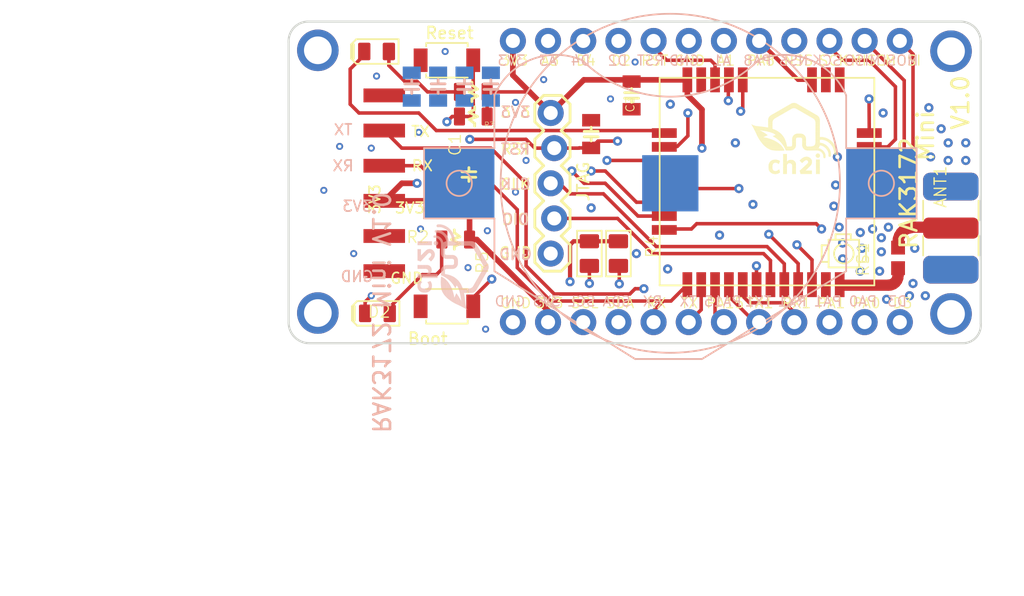
<source format=kicad_pcb>
(kicad_pcb (version 20171130) (host pcbnew "(5.1.9-0-10_14)")
  (layers (0 Top signal) (1 Bottom signal) (2 Route2 signal) (31 Route3 signal) (34 B.Paste user) (35 F.Paste user) (36 B.SilkS user) (37 F.SilkS user) (38 B.Mask user) (39 F.Mask user) (44 Edge.Cuts user))
  (net 0 "")
  (net 1 GND)
  (net 2 3V3)
  (net 3 "Net-(D2-Pad-)")
  (net 4 "Net-(D2-Pad+)")
  (net 5 "Net-(ANT1-PadANT)")
  (net 6 /SDA)
  (net 7 /SCL)
  (net 8 "Net-(J1-Pad1)")
  (net 9 /TX2)
  (net 10 /RX2)
  (net 11 "Net-(J1-Pad5)")
  (net 12 /RST)
  (net 13 /SWCLK)
  (net 14 /SWDIO)
  (net 15 "Net-(D1-Pad-)")
  (net 16 "Net-(D1-Pad+)")
  (net 17 /NSS)
  (net 18 /PA15)
  (net 19 /TX1)
  (net 20 /RX1)
  (net 21 /PA1)
  (net 22 /D3)
  (net 23 /A3)
  (net 24 /D4)
  (net 25 /PA0)
  (net 26 /D2)
  (net 27 /A1)
  (net 28 "Net-(SW2-Pad1)")
  (net 29 /PA8)
  (net 30 /MOSI)
  (net 31 /MISO)
  (net 32 /SCK)
  (net 33 "Net-(COIN1-Pad+$1)")
  (net 34 "Net-(RS1-Pad1)")
  (module RAK3172-Breakout:LED-0805 (layer Top) (at 129.924975 114.468599)
    (fp_text reference D2 (at -0.762 0.381) (layer F.SilkS) (effects (font (size 0.84455 0.84455) (thickness 0.0929)) (justify left bottom)))
    (fp_text value RED)
    (pad - smd roundrect (at -0.889 0 180) (size 0.889 1.27) (layers Top F.Paste F.Mask) (roundrect_rratio 0.125) (net 3 "Net-(D2-Pad-)"))
    (pad + smd roundrect (at 0.889 0 180) (size 0.889 1.27) (layers Top F.Paste F.Mask) (roundrect_rratio 0.125) (net 4 "Net-(D2-Pad+)"))
  )
  (module RAK3172-Breakout:0805-CAP (layer Top) (at 148.276475 98.717099 90)
    (fp_text reference C3 (at -1.27 0.254 90) (layer F.SilkS) (effects (font (size 0.60325 0.60325) (thickness 0.060325)) (justify left bottom)))
    (fp_text value 100nF)
    (pad 2 smd rect (at 1 0 90) (size 0.9016 1.3) (layers Top F.Paste F.Mask) (net 2 3V3))
    (pad 1 smd rect (at -1 0 90) (size 0.9016 1.3) (layers Top F.Paste F.Mask) (net 1 GND))
  )
  (module RAK3172-Breakout:SMA5P-SMD-5.1-6.5X6.5X16.5MM (layer Top) (at 171.326975 108.305599 180)
    (fp_text reference ANT1 (at 0.254 1.397 90) (layer F.SilkS) (effects (font (size 0.84455 0.84455) (thickness 0.101346)) (justify left bottom)))
    (fp_text value "DIP SMA-K" hide)
    (pad GND4 smd roundrect (at 0 3 180) (size 4 2) (layers *.Cu *.Mask) (net 1 GND))
    (pad GND3 smd roundrect (at 0 -3 180) (size 4 2) (layers *.Cu *.Mask) (net 1 GND))
    (pad GND2 smd roundrect (at 0 3) (size 4 2) (layers Top F.Paste F.Mask) (net 1 GND))
    (pad GND1 smd roundrect (at 0 -3) (size 4 2) (layers Top F.Paste F.Mask) (net 1 GND))
    (pad ANT smd roundrect (at 0 0) (size 4 1.524) (layers Top F.Paste F.Mask) (net 5 "Net-(ANT1-PadANT)"))
  )
  (module RAK3172-Breakout:0805-CAP (layer Top) (at 136.528975 104.432099 270)
    (fp_text reference C1 (at -1.27 0.508 90) (layer F.SilkS) (effects (font (size 0.84455 0.84455) (thickness 0.0929)) (justify left bottom)))
    (fp_text value 10uF)
    (pad 2 smd rect (at 1 0 270) (size 0.9016 1.3) (layers Top F.Paste F.Mask) (net 2 3V3))
    (pad 1 smd rect (at -1 0 270) (size 0.9016 1.3) (layers Top F.Paste F.Mask) (net 1 GND))
  )
  (module RAK3172-Breakout:0603-MATCHNET (layer Top) (at 167.516975 110.464599 90)
    (fp_text reference RS1 (at -1.397 -2.032 90) (layer F.SilkS) (effects (font (size 0.84455 0.84455) (thickness 0.0929)) (justify left bottom)))
    (fp_text value 0R hide)
    (pad 2 smd rect (at 0.7484 0 90) (size 1 1) (layers Top F.Paste F.Mask) (net 5 "Net-(ANT1-PadANT)"))
    (pad 1 smd rect (at -0.7357 0 90) (size 1 1) (layers Top F.Paste F.Mask) (net 34 "Net-(RS1-Pad1)"))
  )
  (module RAK3172-Breakout:0805-RES (layer Top) (at 135.576475 109.131099)
    (fp_text reference R2 (at -3.6195 0.3175) (layer F.SilkS) (effects (font (size 0.84455 0.84455) (thickness 0.0929)) (justify left bottom)))
    (fp_text value 1K)
    (pad 2 smd roundrect (at 1 0) (size 0.8 1.3) (layers Top F.Paste F.Mask) (roundrect_rratio 0.125) (net 2 3V3))
    (pad 1 smd roundrect (at -1 0) (size 0.8 1.3) (layers Top F.Paste F.Mask) (roundrect_rratio 0.125) (net 4 "Net-(D2-Pad+)"))
  )
  (module RAK3172-Breakout:R0805 (layer Top) (at 147.323975 110.147099 270)
    (fp_text reference R4 (at 0.381 -2.921 90) (layer F.SilkS) (effects (font (size 0.84455 0.84455) (thickness 0.0929)) (justify left bottom)))
    (fp_text value 4K7 hide)
    (pad 2 smd roundrect (at 0.889 0 270) (size 1.016 1.397) (layers Top F.Paste F.Mask) (roundrect_rratio 0.125) (net 6 /SDA))
    (pad 1 smd roundrect (at -0.889 0 270) (size 1.016 1.397) (layers Top F.Paste F.Mask) (roundrect_rratio 0.125) (net 2 3V3))
  )
  (module RAK3172-Breakout:R0805 (layer Top) (at 145.228475 110.147099 270)
    (fp_text reference R5 (at 1.524 7.239 90) (layer F.SilkS) (effects (font (size 0.84455 0.84455) (thickness 0.0929)) (justify left bottom)))
    (fp_text value 4K7)
    (pad 2 smd roundrect (at 0.889 0 270) (size 1.016 1.397) (layers Top F.Paste F.Mask) (roundrect_rratio 0.125) (net 7 /SCL))
    (pad 1 smd roundrect (at -0.889 0 270) (size 1.016 1.397) (layers Top F.Paste F.Mask) (roundrect_rratio 0.125) (net 2 3V3))
  )
  (module RAK3172-Breakout:1X06-SMD_RA_MALE (layer Top) (at 125.416475 105.067099 270)
    (fp_text reference J1 hide)
    (fp_text value FTDI)
    (pad "" np_thru_hole circle (at 5.08 0 270) (size 1.4 1.4) (drill 1.4) (layers *.Cu *.Mask))
    (pad "" np_thru_hole circle (at -5.08 0 270) (size 1.4 1.4) (drill 1.4) (layers *.Cu *.Mask))
    (pad 1 smd rect (at -6.35 -5) (size 3 1) (layers Top F.Paste F.Mask) (net 8 "Net-(J1-Pad1)"))
    (pad 2 smd rect (at -3.81 -5) (size 3 1) (layers Top F.Paste F.Mask) (net 9 /TX2))
    (pad 3 smd rect (at -1.27 -5) (size 3 1) (layers Top F.Paste F.Mask) (net 10 /RX2))
    (pad 6 smd rect (at 6.35 -5) (size 3 1) (layers Top F.Paste F.Mask) (net 1 GND))
    (pad 5 smd rect (at 3.81 -5) (size 3 1) (layers Top F.Paste F.Mask) (net 11 "Net-(J1-Pad5)"))
    (pad 4 smd rect (at 1.27 -5) (size 3 1) (layers Top F.Paste F.Mask) (net 2 3V3))
  )
  (module RAK3172-Breakout:1X05_LOCK (layer Top) (at 142.561475 110.147099 90)
    (fp_text reference J3 hide)
    (fp_text value JTAG hide)
    (pad 5 thru_hole circle (at 10.16 -0.127 180) (size 1.8796 1.8796) (drill 1.016) (layers *.Cu *.Mask) (net 2 3V3))
    (pad 4 thru_hole circle (at 7.62 0.127 180) (size 1.8796 1.8796) (drill 1.016) (layers *.Cu *.Mask) (net 12 /RST))
    (pad 3 thru_hole circle (at 5.08 -0.127 180) (size 1.8796 1.8796) (drill 1.016) (layers *.Cu *.Mask) (net 13 /SWCLK))
    (pad 2 thru_hole circle (at 2.54 0.127 180) (size 1.8796 1.8796) (drill 1.016) (layers *.Cu *.Mask) (net 14 /SWDIO))
    (pad 1 thru_hole circle (at 0 -0.127 180) (size 1.8796 1.8796) (drill 1.016) (layers *.Cu *.Mask) (net 1 GND))
  )
  (module RAK3172-Breakout:LED-0805 (layer Top) (at 129.861475 95.542099)
    (fp_text reference D1 hide)
    (fp_text value GREEN)
    (pad - smd roundrect (at -0.889 0 180) (size 0.889 1.27) (layers Top F.Paste F.Mask) (roundrect_rratio 0.125) (net 15 "Net-(D1-Pad-)"))
    (pad + smd roundrect (at 0.889 0 180) (size 0.889 1.27) (layers Top F.Paste F.Mask) (roundrect_rratio 0.125) (net 16 "Net-(D1-Pad+)"))
  )
  (module RAK3172-Breakout:0805-RES (layer Top) (at 136.846475 98.463099)
    (fp_text reference R1 hide)
    (fp_text value 1K)
    (pad 2 smd roundrect (at 1 0) (size 0.8 1.3) (layers Top F.Paste F.Mask) (roundrect_rratio 0.125) (net 2 3V3))
    (pad 1 smd roundrect (at -1 0) (size 0.8 1.3) (layers Top F.Paste F.Mask) (roundrect_rratio 0.125) (net 16 "Net-(D1-Pad+)"))
  )
  (module RAK3172-Breakout:LOGO_C2I_015 (layer Top) (at 156.912475 104.432099)
    (fp_text reference U$1 hide)
    (fp_text value "" hide)
  )
  (module RAK3172-Breakout:LOGO_C2I_015 (layer Route3) (at 132.782475 114.211099 90)
    (fp_text reference U$2 hide)
    (fp_text value "" hide)
  )
  (module RAK3172-Breakout:RAK3172 (layer Top) (at 165.802475 97.447099 180)
    (fp_text reference U$3 hide)
    (fp_text value RAK3172HF hide)
    (pad 16 smd rect (at 0.365 -3.99) (size 1.8 0.7) (layers Top F.Paste F.Mask) (net 17 /NSS))
    (pad 1 smd rect (at 13.5 -14.945 270) (size 1.8 0.7) (layers Top F.Paste F.Mask) (net 10 /RX2))
    (pad 2 smd rect (at 12.5 -14.945 270) (size 1.8 0.7) (layers Top F.Paste F.Mask) (net 9 /TX2))
    (pad 3 smd rect (at 11.5 -14.945 270) (size 1.8 0.7) (layers Top F.Paste F.Mask) (net 18 /PA15))
    (pad 4 smd rect (at 10.5 -14.945 270) (size 1.8 0.7) (layers Top F.Paste F.Mask) (net 19 /TX1))
    (pad 5 smd rect (at 9.5 -14.945 270) (size 1.8 0.7) (layers Top F.Paste F.Mask) (net 20 /RX1))
    (pad 6 smd rect (at 8.5 -14.945 270) (size 1.8 0.7) (layers Top F.Paste F.Mask) (net 21 /PA1))
    (pad 7 smd rect (at 7.5 -14.945 270) (size 1.8 0.7) (layers Top F.Paste F.Mask) (net 14 /SWDIO))
    (pad 8 smd rect (at 6.5 -14.945 270) (size 1.8 0.7) (layers Top F.Paste F.Mask) (net 13 /SWCLK))
    (pad 9 smd rect (at 5.5 -14.945 270) (size 1.8 0.7) (layers Top F.Paste F.Mask) (net 7 /SCL))
    (pad 10 smd rect (at 4.5 -14.945 270) (size 1.8 0.7) (layers Top F.Paste F.Mask) (net 6 /SDA))
    (pad 11 smd rect (at 3.5 -14.945 270) (size 1.8 0.7) (layers Top F.Paste F.Mask) (net 1 GND))
    (pad 32 smd rect (at 15.165 -10.99) (size 1.8 0.7) (layers Top F.Paste F.Mask) (net 22 /D3))
    (pad 31 smd rect (at 15.165 -9.99) (size 1.8 0.7) (layers Top F.Paste F.Mask) (net 23 /A3))
    (pad 30 smd rect (at 15.165 -8.99) (size 1.8 0.7) (layers Top F.Paste F.Mask) (net 24 /D4))
    (pad 29 smd rect (at 15.165 -7.99) (size 1.8 0.7) (layers Top F.Paste F.Mask) (net 25 /PA0))
    (pad 28 smd rect (at 15.165 -6.99) (size 1.8 0.7) (layers Top F.Paste F.Mask) (net 1 GND))
    (pad 27 smd rect (at 15.165 -5.99) (size 1.8 0.7) (layers Top F.Paste F.Mask) (net 26 /D2))
    (pad 26 smd rect (at 15.165 -4.99) (size 1.8 0.7) (layers Top F.Paste F.Mask) (net 27 /A1))
    (pad 20 smd rect (at 9.5 -0.145 270) (size 1.8 0.7) (layers Top F.Paste F.Mask) (net 3 "Net-(D2-Pad-)"))
    (pad 21 smd rect (at 10.5 -0.145 270) (size 1.8 0.7) (layers Top F.Paste F.Mask) (net 28 "Net-(SW2-Pad1)"))
    (pad 22 smd rect (at 11.5 -0.145 270) (size 1.8 0.7) (layers Top F.Paste F.Mask) (net 12 /RST))
    (pad 23 smd rect (at 12.5 -0.145 270) (size 1.8 0.7) (layers Top F.Paste F.Mask) (net 1 GND))
    (pad 24 smd rect (at 13.5 -0.145 270) (size 1.8 0.7) (layers Top F.Paste F.Mask) (net 2 3V3))
    (pad 19 smd rect (at 4.5 -0.145 270) (size 1.8 0.7) (layers Top F.Paste F.Mask) (net 29 /PA8))
    (pad 18 smd rect (at 3.5 -0.145 270) (size 1.8 0.7) (layers Top F.Paste F.Mask) (net 1 GND))
    (pad 13 smd rect (at 0.365 -6.99) (size 1.8 0.7) (layers Top F.Paste F.Mask) (net 30 /MOSI))
    (pad 14 smd rect (at 0.365 -5.99) (size 1.8 0.7) (layers Top F.Paste F.Mask) (net 31 /MISO))
    (pad 15 smd rect (at 0.365 -4.99) (size 1.8 0.7) (layers Top F.Paste F.Mask) (net 32 /SCK))
    (pad 25 smd rect (at 15.165 -3.99) (size 1.8 0.7) (layers Top F.Paste F.Mask) (net 15 "Net-(D1-Pad-)"))
    (pad 12 smd rect (at 2.5 -14.945 270) (size 1.8 0.7) (layers Top F.Paste F.Mask) (net 34 "Net-(RS1-Pad1)"))
    (pad 17 smd rect (at 2.5 -0.145 270) (size 1.8 0.7) (layers Top F.Paste F.Mask) (net 1 GND))
  )
  (module RAK3172-Breakout:SW2-2.6-3.0X2.5X1.2+0.4MM (layer Top) (at 134.941475 96.177099)
    (fp_text reference SW1 hide)
    (fp_text value RESET hide)
    (pad 2 smd rect (at 1.9 0 90) (size 1.7 1) (layers Top F.Paste F.Mask) (net 12 /RST))
    (pad 1 smd rect (at -1.9 0 90) (size 1.7 1) (layers Top F.Paste F.Mask) (net 1 GND))
  )
  (module RAK3172-Breakout:SW2-2.6-3.0X2.5X1.2+0.4MM (layer Top) (at 134.941475 113.957099 180)
    (fp_text reference SW2 hide)
    (fp_text value BOOT0 hide)
    (pad 2 smd rect (at 1.9 0 270) (size 1.7 1) (layers Top F.Paste F.Mask) (net 1 GND))
    (pad 1 smd rect (at -1.9 0 270) (size 1.7 1) (layers Top F.Paste F.Mask) (net 28 "Net-(SW2-Pad1)"))
  )
  (module RAK3172-Breakout:0805-RES (layer Top) (at 136.846475 100.241099 180)
    (fp_text reference R3 (at -0.762 -0.8255) (layer F.SilkS) (effects (font (size 0.38608 0.38608) (thickness 0.030886)) (justify left bottom)))
    (fp_text value 1K)
    (pad 2 smd roundrect (at 1 0 180) (size 0.8 1.3) (layers Top F.Paste F.Mask) (roundrect_rratio 0.125) (net 12 /RST))
    (pad 1 smd roundrect (at -1 0 180) (size 0.8 1.3) (layers Top F.Paste F.Mask) (roundrect_rratio 0.125) (net 2 3V3))
  )
  (module RAK3172-Breakout:0805-CAP (layer Top) (at 145.355475 101.511099 270)
    (fp_text reference C2 hide)
    (fp_text value 100nF)
    (pad 2 smd rect (at 1 0 270) (size 0.9016 1.3) (layers Top F.Paste F.Mask) (net 12 /RST))
    (pad 1 smd rect (at -1 0 270) (size 0.9016 1.3) (layers Top F.Paste F.Mask) (net 1 GND))
  )
  (module RAK3172-Breakout:1X12_NO_SILK (layer Top) (at 167.643975 94.780099 180)
    (fp_text reference J4 hide)
    (fp_text value CONN_12NO_SILK)
    (pad 12 thru_hole circle (at 27.94 0 270) (size 1.8796 1.8796) (drill 1.016) (layers *.Cu *.Mask) (net 2 3V3))
    (pad 11 thru_hole circle (at 25.4 0 270) (size 1.8796 1.8796) (drill 1.016) (layers *.Cu *.Mask) (net 23 /A3))
    (pad 10 thru_hole circle (at 22.86 0 270) (size 1.8796 1.8796) (drill 1.016) (layers *.Cu *.Mask) (net 24 /D4))
    (pad 9 thru_hole circle (at 20.32 0 270) (size 1.8796 1.8796) (drill 1.016) (layers *.Cu *.Mask) (net 26 /D2))
    (pad 8 thru_hole circle (at 17.78 0 270) (size 1.8796 1.8796) (drill 1.016) (layers *.Cu *.Mask) (net 12 /RST))
    (pad 7 thru_hole circle (at 15.24 0 270) (size 1.8796 1.8796) (drill 1.016) (layers *.Cu *.Mask) (net 1 GND))
    (pad 6 thru_hole circle (at 12.7 0 270) (size 1.8796 1.8796) (drill 1.016) (layers *.Cu *.Mask) (net 27 /A1))
    (pad 5 thru_hole circle (at 10.16 0 270) (size 1.8796 1.8796) (drill 1.016) (layers *.Cu *.Mask) (net 29 /PA8))
    (pad 4 thru_hole circle (at 7.62 0 270) (size 1.8796 1.8796) (drill 1.016) (layers *.Cu *.Mask) (net 17 /NSS))
    (pad 3 thru_hole circle (at 5.08 0 270) (size 1.8796 1.8796) (drill 1.016) (layers *.Cu *.Mask) (net 32 /SCK))
    (pad 2 thru_hole circle (at 2.54 0 270) (size 1.8796 1.8796) (drill 1.016) (layers *.Cu *.Mask) (net 31 /MISO))
    (pad 1 thru_hole circle (at 0 0 270) (size 1.8796 1.8796) (drill 1.016) (layers *.Cu *.Mask) (net 30 /MOSI))
  )
  (module RAK3172-Breakout:1X12_NO_SILK (layer Top) (at 139.703975 115.100099)
    (fp_text reference J2 hide)
    (fp_text value CONN_12NO_SILK)
    (pad 12 thru_hole circle (at 27.94 0 90) (size 1.8796 1.8796) (drill 1.016) (layers *.Cu *.Mask) (net 22 /D3))
    (pad 11 thru_hole circle (at 25.4 0 90) (size 1.8796 1.8796) (drill 1.016) (layers *.Cu *.Mask) (net 25 /PA0))
    (pad 10 thru_hole circle (at 22.86 0 90) (size 1.8796 1.8796) (drill 1.016) (layers *.Cu *.Mask) (net 21 /PA1))
    (pad 9 thru_hole circle (at 20.32 0 90) (size 1.8796 1.8796) (drill 1.016) (layers *.Cu *.Mask) (net 20 /RX1))
    (pad 8 thru_hole circle (at 17.78 0 90) (size 1.8796 1.8796) (drill 1.016) (layers *.Cu *.Mask) (net 19 /TX1))
    (pad 7 thru_hole circle (at 15.24 0 90) (size 1.8796 1.8796) (drill 1.016) (layers *.Cu *.Mask) (net 18 /PA15))
    (pad 6 thru_hole circle (at 12.7 0 90) (size 1.8796 1.8796) (drill 1.016) (layers *.Cu *.Mask) (net 9 /TX2))
    (pad 5 thru_hole circle (at 10.16 0 90) (size 1.8796 1.8796) (drill 1.016) (layers *.Cu *.Mask) (net 10 /RX2))
    (pad 4 thru_hole circle (at 7.62 0 90) (size 1.8796 1.8796) (drill 1.016) (layers *.Cu *.Mask) (net 6 /SDA))
    (pad 3 thru_hole circle (at 5.08 0 90) (size 1.8796 1.8796) (drill 1.016) (layers *.Cu *.Mask) (net 7 /SCL))
    (pad 2 thru_hole circle (at 2.54 0 90) (size 1.8796 1.8796) (drill 1.016) (layers *.Cu *.Mask) (net 2 3V3))
    (pad 1 thru_hole circle (at 0 0 90) (size 1.8796 1.8796) (drill 1.016) (layers *.Cu *.Mask) (net 1 GND))
  )
  (module RAK3172-Breakout:CR2450-SMD (layer Route3) (at 151.070475 105.067099 180)
    (fp_text reference COIN1 hide)
    (fp_text value CR2450 hide)
    (pad +$2 smd rect (at 15.24 0 180) (size 5.08 5.08) (layers Route3 B.Paste B.Mask) (net 2 3V3))
    (pad +$1 smd rect (at -15.24 0 180) (size 5.08 5.08) (layers Route3 B.Paste B.Mask) (net 33 "Net-(COIN1-Pad+$1)"))
    (pad - smd rect (at 0 0 180) (size 4.064 4.064) (layers Route3 B.Paste B.Mask) (net 1 GND))
  )
  (module RAK3172-Breakout:0805-CAP (layer Route3) (at 138.116475 98.082099 270)
    (fp_text reference C4 hide)
    (fp_text value 10uF hide)
    (pad 2 smd rect (at 1 0 270) (size 0.9016 1.3) (layers Route3 B.Paste B.Mask) (net 2 3V3))
    (pad 1 smd rect (at -1 0 270) (size 0.9016 1.3) (layers Route3 B.Paste B.Mask) (net 1 GND))
  )
  (module RAK3172-Breakout:0805-CAP (layer Route3) (at 136.211475 98.082099 270)
    (fp_text reference C5 hide)
    (fp_text value 10uF hide)
    (pad 2 smd rect (at 1 0 270) (size 0.9016 1.3) (layers Route3 B.Paste B.Mask) (net 2 3V3))
    (pad 1 smd rect (at -1 0 270) (size 0.9016 1.3) (layers Route3 B.Paste B.Mask) (net 1 GND))
  )
  (module RAK3172-Breakout:0805-CAP (layer Route3) (at 134.306475 98.082099 270)
    (fp_text reference C6 hide)
    (fp_text value 10uF hide)
    (pad 2 smd rect (at 1 0 270) (size 0.9016 1.3) (layers Route3 B.Paste B.Mask) (net 2 3V3))
    (pad 1 smd rect (at -1 0 270) (size 0.9016 1.3) (layers Route3 B.Paste B.Mask) (net 1 GND))
  )
  (module RAK3172-Breakout:0805-CAP (layer Route3) (at 132.401475 98.082099 270)
    (fp_text reference C7 hide)
    (fp_text value 100uF hide)
    (pad 2 smd rect (at 1 0 270) (size 0.9016 1.3) (layers Route3 B.Paste B.Mask) (net 2 3V3))
    (pad 1 smd rect (at -1 0 270) (size 0.9016 1.3) (layers Route3 B.Paste B.Mask) (net 1 GND))
  )
  (gr_text RX (at 133.163475 103.800599) (layer F.SilkS) (effects (font (size 0.77216 0.77216) (thickness 0.12192))))
  (gr_text TX (at 133.036475 101.324099) (layer F.SilkS) (effects (font (size 0.77216 0.77216) (thickness 0.12192))))
  (gr_text 3V3 (at 133.417475 106.397099) (layer F.SilkS) (effects (font (size 0.77216 0.77216) (thickness 0.12192)) (justify right top)))
  (gr_line (start 123.511475 115.129268) (end 123.511475 94.860128) (layer Edge.Cuts) (width 0.1524))
  (gr_arc (start 124.925003 94.796628) (end 123.511475 94.860128) (angle 90) (layer Edge.Cuts) (width 0.1524))
  (gr_line (start 124.861503 93.383099) (end 172.093312 93.383099) (layer Edge.Cuts) (width 0.1524))
  (gr_arc (start 172.029811 94.839263) (end 172.093312 93.383099) (angle 90) (layer Edge.Cuts) (width 0.1524))
  (gr_line (start 173.485975 94.902762) (end 173.485975 115.19419) (layer Edge.Cuts) (width 0.1524))
  (gr_arc (start 172.183065 115.32119) (end 173.485975 115.19419) (angle 90) (layer Edge.Cuts) (width 0.1524))
  (gr_line (start 172.310065 116.624099) (end 125.006306 116.624099) (layer Edge.Cuts) (width 0.1524))
  (gr_arc (start 125.006305 115.129269) (end 125.006306 116.624099) (angle 90) (layer Edge.Cuts) (width 0.1524))
  (gr_text RX (at 149.292475 114.151099) (layer F.SilkS) (effects (font (size 0.7239 0.7239) (thickness 0.09144)) (justify left bottom)))
  (gr_text TX (at 151.768975 114.151099) (layer F.SilkS) (effects (font (size 0.7239 0.7239) (thickness 0.09144)) (justify left bottom)))
  (gr_text PA15 (at 153.610475 114.151099) (layer F.SilkS) (effects (font (size 0.7239 0.7239) (thickness 0.09144)) (justify left bottom)))
  (gr_text SDA (at 146.371475 114.151099) (layer F.SilkS) (effects (font (size 0.7239 0.7239) (thickness 0.09144)) (justify left bottom)))
  (gr_text SCL (at 143.831475 114.151099) (layer F.SilkS) (effects (font (size 0.7239 0.7239) (thickness 0.09144)) (justify left bottom)))
  (gr_text GND (at 138.751475 114.151099) (layer F.SilkS) (effects (font (size 0.7239 0.7239) (thickness 0.09144)) (justify left bottom)))
  (gr_text RX1 (at 159.071475 114.151099) (layer F.SilkS) (effects (font (size 0.7239 0.7239) (thickness 0.09144)) (justify left bottom)))
  (gr_text TX1 (at 156.531475 114.151099) (layer F.SilkS) (effects (font (size 0.7239 0.7239) (thickness 0.09144)) (justify left bottom)))
  (gr_text PA1 (at 161.611475 114.151099) (layer F.SilkS) (effects (font (size 0.7239 0.7239) (thickness 0.09144)) (justify left bottom)))
  (gr_text A1 (at 154.372475 96.618099) (layer F.SilkS) (effects (font (size 0.7239 0.7239) (thickness 0.09144)) (justify left bottom)))
  (gr_text SCK (at 161.738475 96.618099) (layer F.SilkS) (effects (font (size 0.7239 0.7239) (thickness 0.09144)) (justify left bottom)))
  (gr_text NSS (at 159.198475 96.618099) (layer F.SilkS) (effects (font (size 0.7239 0.7239) (thickness 0.09144)) (justify left bottom)))
  (gr_text MISO (at 164.024475 96.618099) (layer F.SilkS) (effects (font (size 0.7239 0.7239) (thickness 0.09144)) (justify left bottom)))
  (gr_text MOSI (at 166.500975 96.618099) (layer F.SilkS) (effects (font (size 0.7239 0.7239) (thickness 0.09144)) (justify left bottom)))
  (gr_text GND (at 151.324475 96.618099) (layer F.SilkS) (effects (font (size 0.7239 0.7239) (thickness 0.09144)) (justify left bottom)))
  (gr_text RST (at 148.911475 96.618099) (layer F.SilkS) (effects (font (size 0.7239 0.7239) (thickness 0.09144)) (justify left bottom)))
  (gr_text D2 (at 146.752475 96.618099) (layer F.SilkS) (effects (font (size 0.7239 0.7239) (thickness 0.09144)) (justify left bottom)))
  (gr_text D4 (at 144.212475 96.618099) (layer F.SilkS) (effects (font (size 0.7239 0.7239) (thickness 0.09144)) (justify left bottom)))
  (gr_text 3V3 (at 138.751475 96.618099) (layer F.SilkS) (effects (font (size 0.7239 0.7239) (thickness 0.09144)) (justify left bottom)))
  (gr_text Reset (at 135.131975 94.205099) (layer F.SilkS) (effects (font (size 0.84455 0.84455) (thickness 0.13335))))
  (gr_text Boot (at 135.068475 115.802099) (layer F.SilkS) (effects (font (size 0.84455 0.84455) (thickness 0.13335)) (justify right top)))
  (gr_text "RAK3172 Mini V1.0" (at 130.877475 105.575099 -90) (layer B.SilkS) (effects (font (size 1.2065 1.2065) (thickness 0.1905)) (justify right top mirror)))
  (gr_text GND (at 133.290475 111.477099) (layer F.SilkS) (effects (font (size 0.77216 0.77216) (thickness 0.12192)) (justify right top)))
  (gr_text 3V3 (at 139.894475 99.927099) (layer F.SilkS) (effects (font (size 0.77216 0.77216) (thickness 0.12192))))
  (gr_text RST (at 139.894475 102.594099) (layer F.SilkS) (effects (font (size 0.77216 0.77216) (thickness 0.12192))))
  (gr_text CLK (at 139.894475 105.134099) (layer F.SilkS) (effects (font (size 0.77216 0.77216) (thickness 0.12192))))
  (gr_text DIO (at 139.894475 107.674099) (layer F.SilkS) (effects (font (size 0.77216 0.77216) (thickness 0.12192))))
  (gr_text GND (at 139.894475 110.087099) (layer F.SilkS) (effects (font (size 0.77216 0.77216) (thickness 0.12192))))
  (gr_text JTAG (at 144.787475 104.940099 90) (layer F.SilkS) (effects (font (size 0.84455 0.84455) (thickness 0.13335))))
  (gr_text 3V3 (at 141.291475 114.144099) (layer F.SilkS) (effects (font (size 0.7239 0.7239) (thickness 0.09144)) (justify left bottom)))
  (gr_text A1 (at 155.515475 96.618099) (layer B.SilkS) (effects (font (size 0.7239 0.7239) (thickness 0.09144)) (justify left bottom mirror)))
  (gr_text SCK (at 163.516475 96.618099) (layer B.SilkS) (effects (font (size 0.7239 0.7239) (thickness 0.09144)) (justify left bottom mirror)))
  (gr_text NSS (at 161.103475 96.618099) (layer B.SilkS) (effects (font (size 0.7239 0.7239) (thickness 0.09144)) (justify left bottom mirror)))
  (gr_text MISO (at 166.310475 96.618099) (layer B.SilkS) (effects (font (size 0.7239 0.7239) (thickness 0.09144)) (justify left bottom mirror)))
  (gr_text MOSI (at 169.040975 96.618099) (layer B.SilkS) (effects (font (size 0.7239 0.7239) (thickness 0.09144)) (justify left bottom mirror)))
  (gr_text GND (at 153.229475 96.618099) (layer B.SilkS) (effects (font (size 0.7239 0.7239) (thickness 0.09144)) (justify left bottom mirror)))
  (gr_text RST (at 150.689475 96.618099) (layer B.SilkS) (effects (font (size 0.7239 0.7239) (thickness 0.09144)) (justify left bottom mirror)))
  (gr_text D2 (at 148.022475 96.618099) (layer B.SilkS) (effects (font (size 0.7239 0.7239) (thickness 0.09144)) (justify left bottom mirror)))
  (gr_text D4 (at 145.355475 96.618099) (layer B.SilkS) (effects (font (size 0.7239 0.7239) (thickness 0.09144)) (justify left bottom mirror)))
  (gr_text 3V3 (at 140.656475 96.618099) (layer B.SilkS) (effects (font (size 0.7239 0.7239) (thickness 0.09144)) (justify left bottom mirror)))
  (gr_text RX (at 150.562475 114.024099) (layer B.SilkS) (effects (font (size 0.7239 0.7239) (thickness 0.09144)) (justify left bottom mirror)))
  (gr_text TX (at 153.038975 114.024099) (layer B.SilkS) (effects (font (size 0.7239 0.7239) (thickness 0.09144)) (justify left bottom mirror)))
  (gr_text PA15 (at 156.277475 114.024099) (layer B.SilkS) (effects (font (size 0.7239 0.7239) (thickness 0.09144)) (justify left bottom mirror)))
  (gr_text SDA (at 148.276475 114.024099) (layer B.SilkS) (effects (font (size 0.7239 0.7239) (thickness 0.09144)) (justify left bottom mirror)))
  (gr_text SCL (at 145.736475 114.024099) (layer B.SilkS) (effects (font (size 0.7239 0.7239) (thickness 0.09144)) (justify left bottom mirror)))
  (gr_text GND (at 140.656475 114.024099) (layer B.SilkS) (effects (font (size 0.7239 0.7239) (thickness 0.09144)) (justify left bottom mirror)))
  (gr_text RX1 (at 160.976475 114.024099) (layer B.SilkS) (effects (font (size 0.7239 0.7239) (thickness 0.09144)) (justify left bottom mirror)))
  (gr_text TX1 (at 158.436475 114.024099) (layer B.SilkS) (effects (font (size 0.7239 0.7239) (thickness 0.09144)) (justify left bottom mirror)))
  (gr_text PA1 (at 163.516475 114.024099) (layer B.SilkS) (effects (font (size 0.7239 0.7239) (thickness 0.09144)) (justify left bottom mirror)))
  (gr_text 3V3 (at 143.196475 114.017099) (layer B.SilkS) (effects (font (size 0.7239 0.7239) (thickness 0.09144)) (justify left bottom mirror)))
  (gr_text 3V3 (at 139.894475 99.927099) (layer B.SilkS) (effects (font (size 0.77216 0.77216) (thickness 0.12192)) (justify mirror)))
  (gr_text RST (at 139.894475 102.594099) (layer B.SilkS) (effects (font (size 0.77216 0.77216) (thickness 0.12192)) (justify mirror)))
  (gr_text CLK (at 139.894475 105.134099) (layer B.SilkS) (effects (font (size 0.77216 0.77216) (thickness 0.12192)) (justify mirror)))
  (gr_text DIO (at 139.894475 107.674099) (layer B.SilkS) (effects (font (size 0.77216 0.77216) (thickness 0.12192)) (justify mirror)))
  (gr_text GND (at 139.894475 110.214099) (layer B.SilkS) (effects (font (size 0.77216 0.77216) (thickness 0.12192)) (justify mirror)))
  (gr_text RX (at 127.448475 103.800599) (layer B.SilkS) (effects (font (size 0.77216 0.77216) (thickness 0.12192)) (justify mirror)))
  (gr_text TX (at 127.448475 101.197099) (layer B.SilkS) (effects (font (size 0.77216 0.77216) (thickness 0.12192)) (justify mirror)))
  (gr_text 3V3 (at 127.321475 106.270099) (layer B.SilkS) (effects (font (size 0.77216 0.77216) (thickness 0.12192)) (justify right top mirror)))
  (gr_text GND (at 127.194475 111.350099) (layer B.SilkS) (effects (font (size 0.77216 0.77216) (thickness 0.12192)) (justify right top mirror)))
  (gr_text RAK3172 (at 167.580475 101.638099 90) (layer F.SilkS) (effects (font (size 1.2065 1.2065) (thickness 0.1905)) (justify right top)))
  (gr_text V1.0 (at 172.025475 99.225099 90) (layer F.SilkS) (effects (font (size 1.2065 1.2065) (thickness 0.1905))))
  (gr_text A3 (at 141.672475 96.625099) (layer F.SilkS) (effects (font (size 0.7239 0.7239) (thickness 0.09144)) (justify left bottom)))
  (gr_text A3 (at 142.942475 96.625099) (layer B.SilkS) (effects (font (size 0.7239 0.7239) (thickness 0.09144)) (justify left bottom mirror)))
  (gr_text PA8 (at 158.436475 96.618099) (layer B.SilkS) (effects (font (size 0.7239 0.7239) (thickness 0.09144)) (justify left bottom mirror)))
  (gr_text PA8 (at 156.531475 96.618099) (layer F.SilkS) (effects (font (size 0.7239 0.7239) (thickness 0.09144)) (justify left bottom)))
  (gr_text PA0 (at 166.056475 114.024099) (layer B.SilkS) (effects (font (size 0.7239 0.7239) (thickness 0.09144)) (justify left bottom mirror)))
  (gr_text PA0 (at 164.151475 114.151099) (layer F.SilkS) (effects (font (size 0.7239 0.7239) (thickness 0.09144)) (justify left bottom)))
  (gr_text D3 (at 168.215475 114.024099) (layer B.SilkS) (effects (font (size 0.7239 0.7239) (thickness 0.09144)) (justify left bottom mirror)))
  (gr_text D3 (at 167.072475 114.151099) (layer F.SilkS) (effects (font (size 0.7239 0.7239) (thickness 0.09144)) (justify left bottom)))
  (gr_text Mini (at 169.485475 101.638099 90) (layer F.SilkS) (effects (font (size 1.2065 1.2065) (thickness 0.1905))))
  (gr_text 3V3 (at 129.286475 105.067099 90) (layer F.SilkS) (effects (font (size 0.77216 0.77216) (thickness 0.12192)) (justify right top)))
  (via micro (at 125.621443 95.457559) (size 3) (drill 2) (layers Top Route3) (net 1))
  (via micro (at 125.621443 114.444059) (size 3) (drill 2) (layers Top Route3) (net 1))
  (via micro (at 139.894475 99.225099) (size 0.508) (drill 0.254) (layers Top Route3) (net 1))
  (via micro (at 137.735475 115.608099) (size 0.508) (drill 0.254) (layers Top Route3) (net 1))
  (via micro (at 128.210475 110.147099) (size 0.508) (drill 0.254) (layers Top Route3) (net 1))
  (via micro (at 126.051475 105.575099) (size 0.508) (drill 0.254) (layers Top Route3) (net 1))
  (via micro (at 127.194475 102.400099) (size 0.508) (drill 0.254) (layers Top Route3) (net 1))
  (via micro (at 171.341443 95.521059) (size 3) (drill 2) (layers Top Route3) (net 1))
  (via micro (at 171.341443 114.507559) (size 3) (drill 2) (layers Top Route3) (net 1))
  (via micro (at 141.926475 97.574099) (size 0.508) (drill 0.254) (layers Top Route3) (net 1))
  (via micro (at 140.656475 103.416099) (size 0.508) (drill 0.254) (layers Top Route3) (net 1))
  (via micro (at 137.862475 108.496099) (size 0.508) (drill 0.254) (layers Top Route3) (net 1))
  (via micro (at 146.752475 98.971099) (size 0.508) (drill 0.254) (layers Top Route3) (net 1))
  (via micro (at 169.739475 99.606099) (size 0.6604) (drill 0.3048) (layers Top Route3) (net 1))
  (via micro (at 166.818475 108.242099) (size 0.6604) (drill 0.3048) (layers Top Route3) (net 1))
  (via micro (at 166.310475 109.004099) (size 0.6604) (drill 0.3048) (layers Top Route3) (net 1))
  (via micro (at 166.310475 110.020099) (size 0.6604) (drill 0.3048) (layers Top Route3) (net 1))
  (via micro (at 166.183475 111.417099) (size 0.6604) (drill 0.3048) (layers Top Route3) (net 1))
  (via micro (at 164.786475 111.417099) (size 0.6604) (drill 0.3048) (layers Top Route3) (net 1))
  (via micro (at 163.516475 110.528099) (size 0.6604) (drill 0.3048) (layers Top Route3) (net 1))
  (via micro (at 163.516475 109.385099) (size 0.6604) (drill 0.3048) (layers Top Route3) (net 1))
  (via micro (at 164.913475 109.766099) (size 0.6604) (drill 0.3048) (layers Top Route3) (net 1))
  (via micro (at 164.786475 108.623099) (size 0.6604) (drill 0.3048) (layers Top Route3) (net 1))
  (via micro (at 168.723475 109.766099) (size 0.6604) (drill 0.3048) (layers Top Route3) (net 1))
  (via micro (at 168.596475 112.306099) (size 0.6604) (drill 0.3048) (layers Top Route3) (net 1))
  (via micro (at 168.342475 113.195099) (size 0.6604) (drill 0.3048) (layers Top Route3) (net 1))
  (via micro (at 166.691475 113.449099) (size 0.6604) (drill 0.3048) (layers Top Route3) (net 1))
  (via micro (at 169.485475 113.195099) (size 0.6604) (drill 0.3048) (layers Top Route3) (net 1))
  (via micro (at 165.675475 108.369099) (size 0.6604) (drill 0.3048) (layers Top Route3) (net 1))
  (via micro (at 163.135475 103.162099) (size 0.6604) (drill 0.3048) (layers Top Route3) (net 1))
  (via micro (at 166.437475 99.987099) (size 0.6604) (drill 0.3048) (layers Top Route3) (net 1))
  (via micro (at 150.879975 111.258349) (size 0.6604) (drill 0.3048) (layers Top Route3) (net 1))
  (via micro (at 136.465475 111.163099) (size 0.508) (drill 0.254) (layers Top Route3) (net 1))
  (via micro (at 157.039475 106.591099) (size 0.6604) (drill 0.3048) (layers Top Route3) (net 1))
  (via micro (at 155.769475 102.146099) (size 0.6604) (drill 0.3048) (layers Top Route3) (net 1))
  (via micro (at 133.036475 108.369099) (size 0.508) (drill 0.254) (layers Top Route3) (net 1))
  (via micro (at 134.814475 95.542099) (size 0.508) (drill 0.254) (layers Top Route3) (net 1))
  (via micro (at 129.480475 102.527099) (size 0.508) (drill 0.254) (layers Top Route3) (net 1))
  (via micro (at 172.406475 103.416099) (size 0.6604) (drill 0.3048) (layers Top Route3) (net 1))
  (via micro (at 171.136475 103.416099) (size 0.6604) (drill 0.3048) (layers Top Route3) (net 1))
  (via micro (at 169.866475 103.162099) (size 0.6604) (drill 0.3048) (layers Top Route3) (net 1))
  (via micro (at 170.628475 101.130099) (size 0.6604) (drill 0.3048) (layers Top Route3) (net 1))
  (via micro (at 171.136475 102.146099) (size 0.6604) (drill 0.3048) (layers Top Route3) (net 1))
  (via micro (at 163.262475 108.242099) (size 0.6604) (drill 0.3048) (layers Top Route3) (net 1))
  (via micro (at 162.881475 106.718099) (size 0.6604) (drill 0.3048) (layers Top Route3) (net 1))
  (via micro (at 163.008475 105.194099) (size 0.6604) (drill 0.3048) (layers Top Route3) (net 1))
  (via micro (at 129.861475 97.320099) (size 0.508) (drill 0.254) (layers Top Route3) (net 1))
  (via micro (at 145.355475 106.845099) (size 0.6604) (drill 0.3048) (layers Top Route3) (net 1))
  (via micro (at 148.625725 110.147099) (size 0.6604) (drill 0.3048) (layers Top Route3) (net 1))
  (via micro (at 154.626475 108.813599) (size 0.6604) (drill 0.3048) (layers Top Route3) (net 1))
  (via micro (at 172.406475 102.146099) (size 0.6604) (drill 0.3048) (layers Top Route3) (net 1))
  (via micro (at 148.530475 96.304099) (size 0.508) (drill 0.254) (layers Top Route3) (net 1))
  (via micro (at 151.070475 99.352099) (size 0.6604) (drill 0.3048) (layers Top Route3) (net 1))
  (via micro (at 139.894475 105.702099) (size 0.508) (drill 0.254) (layers Top Route3) (net 1))
  (via micro (at 132.909475 101.384099) (size 0.508) (drill 0.254) (layers Top Route3) (net 1))
  (segment (start 142.688475 107.607099) (end 147.260475 107.607099) (width 0.254) (layer Top) (net 14))
  (segment (start 147.260475 107.607099) (end 149.800475 110.147099) (width 0.254) (layer Top) (net 14))
  (segment (start 149.800475 110.147099) (end 157.801475 110.147099) (width 0.254) (layer Top) (net 14))
  (segment (start 157.801475 110.147099) (end 158.302475 110.648099) (width 0.254) (layer Top) (net 14))
  (segment (start 158.302475 112.392099) (end 158.302475 110.648099) (width 0.254) (layer Top) (net 14))
  (via micro (at 129.480475 113.195099) (size 0.508) (drill 0.254) (layers Top Route3) (net 3))
  (segment (start 129.035975 114.468599) (end 129.035975 114.782599) (width 0.2032) (layer Top) (net 3))
  (segment (start 129.035975 114.468599) (end 129.035975 113.639599) (width 0.254) (layer Top) (net 3))
  (segment (start 129.035975 113.639599) (end 129.480475 113.195099) (width 0.254) (layer Top) (net 3))
  (segment (start 156.302475 97.592099) (end 156.302475 99.708099) (width 0.254) (layer Top) (net 3))
  (segment (start 156.302475 99.708099) (end 156.150475 99.860099) (width 0.254) (layer Top) (net 3))
  (via micro (at 156.150475 99.860099) (size 0.6604) (drill 0.3048) (layers Top Route3) (net 3))
  (segment (start 167.516975 111.200299) (end 167.516975 111.734599) (width 0.8128) (layer Top) (net 34))
  (segment (start 167.516975 111.734599) (end 167.516975 111.734599) (width 0.8128) (layer Top) (net 34))
  (segment (start 167.516975 111.734599) (end 167.493174 111.915384) (width 0.8128) (layer Top) (net 34))
  (segment (start 167.493174 111.915384) (end 167.423394 112.083849) (width 0.8128) (layer Top) (net 34))
  (segment (start 167.423394 112.083849) (end 167.312389 112.228513) (width 0.8128) (layer Top) (net 34))
  (segment (start 167.312389 112.228513) (end 167.167725 112.339518) (width 0.8128) (layer Top) (net 34))
  (segment (start 167.167725 112.339518) (end 166.99926 112.409298) (width 0.8128) (layer Top) (net 34))
  (segment (start 166.99926 112.409298) (end 166.818475 112.433099) (width 0.8128) (layer Top) (net 34))
  (segment (start 166.818475 112.433099) (end 163.643475 112.433099) (width 0.8128) (layer Top) (net 34))
  (segment (start 163.643475 112.433099) (end 163.343475 112.433099) (width 0.4064) (layer Top) (net 34))
  (segment (start 163.343475 112.433099) (end 163.343475 112.433099) (width 0.4064) (layer Top) (net 34))
  (segment (start 163.343475 112.433099) (end 163.302475 112.392099) (width 0.4064) (layer Top) (net 34))
  (segment (start 130.813975 114.468599) (end 130.813975 114.020599) (width 0.254) (layer Top) (net 4))
  (segment (start 130.813975 114.020599) (end 133.163475 111.671099) (width 0.254) (layer Top) (net 4))
  (segment (start 133.163475 111.671099) (end 134.179475 111.671099) (width 0.254) (layer Top) (net 4))
  (segment (start 134.179475 111.671099) (end 134.560475 111.290099) (width 0.254) (layer Top) (net 4))
  (segment (start 134.560475 111.290099) (end 134.560475 109.147099) (width 0.254) (layer Top) (net 4))
  (segment (start 134.560475 109.147099) (end 134.576475 109.131099) (width 0.254) (layer Top) (net 4))
  (segment (start 167.516975 109.716199) (end 167.516975 109.321599) (width 0.8128) (layer Top) (net 5))
  (segment (start 167.516975 109.321599) (end 167.516975 109.321599) (width 0.8128) (layer Top) (net 5))
  (segment (start 167.516975 109.321599) (end 167.54404 109.081388) (width 0.8128) (layer Top) (net 5))
  (segment (start 167.54404 109.081388) (end 167.623879 108.853222) (width 0.8128) (layer Top) (net 5))
  (segment (start 167.623879 108.853222) (end 167.752488 108.648542) (width 0.8128) (layer Top) (net 5))
  (segment (start 167.752488 108.648542) (end 167.923418 108.477612) (width 0.8128) (layer Top) (net 5))
  (segment (start 167.923418 108.477612) (end 168.128098 108.349003) (width 0.8128) (layer Top) (net 5))
  (segment (start 168.128098 108.349003) (end 168.596475 108.242099) (width 0.8128) (layer Top) (net 5))
  (segment (start 168.596475 108.242099) (end 171.136475 108.242099) (width 0.8128) (layer Top) (net 5))
  (segment (start 171.136475 108.242099) (end 171.136475 108.242099) (width 0.8128) (layer Top) (net 5))
  (segment (start 171.136475 108.242099) (end 171.326975 108.305599) (width 0.8128) (layer Top) (net 5))
  (segment (start 154.302475 97.592099) (end 154.302475 96.488099) (width 0.254) (layer Top) (net 12))
  (segment (start 154.302475 96.488099) (end 153.991475 96.177099) (width 0.254) (layer Top) (net 12))
  (segment (start 153.991475 96.177099) (end 150.816475 96.177099) (width 0.254) (layer Top) (net 12))
  (segment (start 150.816475 96.177099) (end 149.863975 95.224599) (width 0.254) (layer Top) (net 12))
  (segment (start 149.863975 94.780099) (end 149.863975 95.224599) (width 0.254) (layer Top) (net 12))
  (segment (start 142.688475 102.527099) (end 144.466475 102.527099) (width 0.254) (layer Top) (net 12))
  (via micro (at 147.260475 102.019099) (size 0.6604) (drill 0.3048) (layers Top Route3) (net 12))
  (segment (start 142.688475 102.527099) (end 141.291475 102.527099) (width 0.254) (layer Top) (net 12))
  (segment (start 141.291475 102.527099) (end 140.656475 101.892099) (width 0.254) (layer Top) (net 12))
  (segment (start 140.656475 101.892099) (end 136.592475 101.892099) (width 0.254) (layer Top) (net 12))
  (via micro (at 136.592475 101.892099) (size 0.6604) (drill 0.3048) (layers Top Route3) (net 12))
  (segment (start 145.355475 102.511099) (end 144.482475 102.511099) (width 0.254) (layer Top) (net 12))
  (segment (start 144.482475 102.511099) (end 144.466475 102.527099) (width 0.254) (layer Top) (net 12))
  (segment (start 136.841475 96.177099) (end 136.841475 99.347099) (width 0.254) (layer Top) (net 12))
  (segment (start 136.841475 99.347099) (end 136.846475 99.352099) (width 0.254) (layer Top) (net 12))
  (segment (start 135.846475 100.241099) (end 136.592475 100.241099) (width 0.254) (layer Top) (net 12))
  (segment (start 136.592475 100.241099) (end 136.846475 99.987099) (width 0.254) (layer Top) (net 12))
  (segment (start 136.846475 99.987099) (end 136.846475 99.352099) (width 0.254) (layer Top) (net 12))
  (via micro (at 134.941475 100.622099) (size 0.6604) (drill 0.3048) (layers Top Route3) (net 12))
  (segment (start 135.846475 100.241099) (end 135.322475 100.241099) (width 0.254) (layer Top) (net 12))
  (segment (start 135.322475 100.241099) (end 134.941475 100.622099) (width 0.254) (layer Top) (net 12))
  (segment (start 145.593475 102.273099) (end 145.355475 102.511099) (width 0.254) (layer Top) (net 12))
  (segment (start 147.260475 102.019099) (end 145.847475 102.019099) (width 0.254) (layer Top) (net 12))
  (segment (start 145.847475 102.019099) (end 145.355475 102.511099) (width 0.254) (layer Top) (net 12))
  (segment (start 165.437475 103.437099) (end 167.051475 103.437099) (width 0.254) (layer Top) (net 31))
  (segment (start 167.051475 103.437099) (end 167.961475 102.527099) (width 0.254) (layer Top) (net 31))
  (segment (start 167.961475 102.527099) (end 167.961475 97.637599) (width 0.254) (layer Top) (net 31))
  (segment (start 167.961475 97.637599) (end 165.103975 94.780099) (width 0.254) (layer Top) (net 31))
  (segment (start 165.437475 101.437099) (end 165.437475 101.241099) (width 0.3048) (layer Top) (net 17))
  (segment (start 165.437475 101.241099) (end 165.421475 98.971099) (width 0.254) (layer Top) (net 17))
  (via micro (at 165.421475 98.971099) (size 0.6604) (drill 0.3048) (layers Top Route3) (net 17))
  (segment (start 165.437475 102.437099) (end 166.781475 102.437099) (width 0.254) (layer Top) (net 32))
  (segment (start 166.781475 102.437099) (end 167.326475 101.892099) (width 0.254) (layer Top) (net 32))
  (segment (start 167.326475 101.892099) (end 167.326475 98.082099) (width 0.254) (layer Top) (net 32))
  (segment (start 167.326475 98.082099) (end 165.421475 96.177099) (width 0.254) (layer Top) (net 32))
  (segment (start 165.421475 96.177099) (end 163.516475 96.177099) (width 0.254) (layer Top) (net 32))
  (segment (start 163.516475 96.177099) (end 162.563975 95.224599) (width 0.254) (layer Top) (net 32))
  (segment (start 162.563975 94.780099) (end 162.563975 95.224599) (width 0.254) (layer Top) (net 32))
  (segment (start 159.302475 112.392099) (end 159.302475 110.886099) (width 0.254) (layer Top) (net 13))
  (segment (start 159.302475 110.886099) (end 158.055475 109.639099) (width 0.254) (layer Top) (net 13))
  (segment (start 158.055475 109.639099) (end 150.054475 109.639099) (width 0.254) (layer Top) (net 13))
  (segment (start 146.244475 105.829099) (end 150.054475 109.639099) (width 0.254) (layer Top) (net 13))
  (segment (start 146.244475 105.829099) (end 143.831475 105.829099) (width 0.254) (layer Top) (net 13))
  (segment (start 143.831475 105.829099) (end 143.069475 105.067099) (width 0.254) (layer Top) (net 13))
  (segment (start 143.069475 105.067099) (end 142.434475 105.067099) (width 0.254) (layer Top) (net 13))
  (segment (start 136.528975 106.273599) (end 136.465475 106.337099) (width 0.4064) (layer Top) (net 2))
  (segment (start 152.302475 97.592099) (end 148.276475 97.592099) (width 0.4064) (layer Top) (net 2))
  (segment (start 148.276475 97.592099) (end 144.829475 97.592099) (width 0.4064) (layer Top) (net 2))
  (segment (start 144.829475 97.592099) (end 142.434475 99.987099) (width 0.4064) (layer Top) (net 2))
  (segment (start 142.243975 115.100099) (end 142.243975 114.274599) (width 0.4064) (layer Top) (net 2))
  (segment (start 142.243975 114.274599) (end 137.100475 109.131099) (width 0.4064) (layer Top) (net 2))
  (segment (start 136.576475 109.131099) (end 137.100475 109.131099) (width 0.4064) (layer Top) (net 2))
  (segment (start 147.323975 109.258099) (end 145.228475 109.258099) (width 0.3048) (layer Top) (net 2))
  (segment (start 136.576475 109.131099) (end 136.576475 106.337099) (width 0.4064) (layer Top) (net 2))
  (segment (start 136.576475 106.337099) (end 136.576475 105.479599) (width 0.4064) (layer Top) (net 2))
  (segment (start 136.576475 105.479599) (end 136.528975 105.432099) (width 0.4064) (layer Top) (net 2))
  (segment (start 145.228475 109.258099) (end 144.085475 109.258099) (width 0.3048) (layer Top) (net 2))
  (segment (start 144.085475 109.258099) (end 143.831475 109.512099) (width 0.3048) (layer Top) (net 2))
  (segment (start 143.831475 109.512099) (end 143.831475 112.179099) (width 0.3048) (layer Top) (net 2))
  (via micro (at 143.831475 112.179099) (size 0.6604) (drill 0.3048) (layers Top Route3) (net 2))
  (segment (start 137.846475 98.463099) (end 140.910475 98.463099) (width 0.254) (layer Top) (net 2))
  (via micro (at 132.782475 105.067099) (size 0.6604) (drill 0.3048) (layers Top Route3) (net 2))
  (segment (start 139.703975 94.780099) (end 139.703975 97.256599) (width 0.4064) (layer Top) (net 2))
  (segment (start 139.703975 97.256599) (end 140.910475 98.463099) (width 0.4064) (layer Top) (net 2))
  (segment (start 140.910475 98.463099) (end 142.434475 99.987099) (width 0.4064) (layer Top) (net 2))
  (segment (start 137.846475 100.241099) (end 137.846475 98.463099) (width 0.254) (layer Top) (net 2))
  (segment (start 148.276475 97.717099) (end 148.276475 97.592099) (width 0.254) (layer Top) (net 2))
  (segment (start 136.576475 106.337099) (end 136.465475 106.337099) (width 0.4064) (layer Top) (net 2))
  (segment (start 136.528975 106.273599) (end 136.528975 106.289599) (width 0.4064) (layer Top) (net 2))
  (segment (start 136.528975 106.289599) (end 136.576475 106.337099) (width 0.4064) (layer Top) (net 2))
  (segment (start 136.465475 106.337099) (end 130.416475 106.337099) (width 0.4064) (layer Top) (net 2))
  (via micro (at 153.356475 102.527099) (size 0.6604) (drill 0.3048) (layers Top Route3) (net 2))
  (segment (start 153.356475 102.527099) (end 153.356475 99.733099) (width 0.4064) (layer Top) (net 2))
  (segment (start 153.356475 99.733099) (end 152.302475 98.679099) (width 0.4064) (layer Top) (net 2))
  (segment (start 152.302475 97.592099) (end 152.302475 98.679099) (width 0.4064) (layer Top) (net 2))
  (segment (start 132.782475 105.067099) (end 131.686475 105.067099) (width 0.4064) (layer Top) (net 2))
  (segment (start 131.686475 105.067099) (end 130.416475 106.337099) (width 0.4064) (layer Top) (net 2))
  (via micro (at 161.992475 108.369099) (size 0.6604) (drill 0.3048) (layers Top Route3) (net 22))
  (segment (start 161.992475 108.369099) (end 161.611475 107.988099) (width 0.254) (layer Top) (net 22))
  (segment (start 161.611475 107.988099) (end 152.975475 107.988099) (width 0.254) (layer Top) (net 22))
  (segment (start 152.975475 107.988099) (end 152.594475 108.369099) (width 0.254) (layer Top) (net 22))
  (segment (start 152.594475 108.369099) (end 150.705475 108.369099) (width 0.254) (layer Top) (net 22))
  (segment (start 150.705475 108.369099) (end 150.637475 108.437099) (width 0.254) (layer Top) (net 22))
  (via micro (at 143.958475 104.178099) (size 0.6604) (drill 0.3048) (layers Top Route3) (net 23))
  (segment (start 143.958475 104.178099) (end 144.847475 105.067099) (width 0.254) (layer Top) (net 23))
  (segment (start 144.847475 105.067099) (end 146.371475 105.067099) (width 0.254) (layer Top) (net 23))
  (segment (start 146.371475 105.067099) (end 148.741475 107.437099) (width 0.254) (layer Top) (net 23))
  (segment (start 150.637475 107.437099) (end 148.741475 107.437099) (width 0.254) (layer Top) (net 23))
  (via micro (at 156.023475 105.448099) (size 0.6604) (drill 0.3048) (layers Top Route3) (net 25))
  (segment (start 156.023475 105.448099) (end 150.648475 105.448099) (width 0.254) (layer Top) (net 25))
  (segment (start 150.648475 105.448099) (end 150.637475 105.437099) (width 0.254) (layer Top) (net 25))
  (segment (start 135.846475 98.463099) (end 133.544475 98.463099) (width 0.254) (layer Top) (net 16))
  (segment (start 130.750475 95.542099) (end 130.750475 96.558099) (width 0.254) (layer Top) (net 16))
  (segment (start 130.750475 96.558099) (end 131.893475 97.701099) (width 0.254) (layer Top) (net 16))
  (segment (start 131.893475 97.701099) (end 132.782475 97.701099) (width 0.254) (layer Top) (net 16))
  (segment (start 132.782475 97.701099) (end 133.544475 98.463099) (width 0.254) (layer Top) (net 16))
  (segment (start 161.302475 112.392099) (end 161.302475 110.600099) (width 0.254) (layer Top) (net 6))
  (segment (start 161.302475 110.600099) (end 160.214475 109.512099) (width 0.254) (layer Top) (net 6))
  (via micro (at 160.214475 109.512099) (size 0.6604) (drill 0.3048) (layers Top Route3) (net 6))
  (via micro (at 147.387475 112.337849) (size 0.6604) (drill 0.3048) (layers Top Route3) (net 6))
  (segment (start 147.387475 112.337849) (end 147.387475 111.099599) (width 0.254) (layer Top) (net 6))
  (segment (start 147.387475 111.099599) (end 147.323975 111.036099) (width 0.254) (layer Top) (net 6))
  (segment (start 160.302475 112.392099) (end 160.302475 110.870099) (width 0.254) (layer Top) (net 7))
  (segment (start 160.302475 110.870099) (end 158.182475 108.750099) (width 0.254) (layer Top) (net 7))
  (via micro (at 158.182475 108.750099) (size 0.6604) (drill 0.3048) (layers Top Route3) (net 7))
  (via micro (at 145.228475 112.306099) (size 0.6604) (drill 0.3048) (layers Top Route3) (net 7))
  (segment (start 145.228475 112.306099) (end 145.228475 111.036099) (width 0.254) (layer Top) (net 7))
  (segment (start 152.086475 112.176099) (end 152.302475 112.392099) (width 0.254) (layer Top) (net 10))
  (segment (start 130.416475 103.797099) (end 133.036475 103.797099) (width 0.254) (layer Top) (net 10))
  (segment (start 133.036475 103.797099) (end 133.671475 104.432099) (width 0.254) (layer Top) (net 10))
  (segment (start 133.671475 104.432099) (end 137.481475 104.432099) (width 0.254) (layer Top) (net 10))
  (segment (start 137.481475 104.432099) (end 140.021475 106.972099) (width 0.254) (layer Top) (net 10))
  (segment (start 140.021475 106.972099) (end 140.021475 111.163099) (width 0.254) (layer Top) (net 10))
  (segment (start 140.021475 111.163099) (end 142.434475 113.576099) (width 0.254) (layer Top) (net 10))
  (segment (start 142.434475 113.576099) (end 150.562475 113.576099) (width 0.254) (layer Top) (net 10))
  (segment (start 150.562475 113.576099) (end 151.118475 113.576099) (width 0.254) (layer Top) (net 10))
  (segment (start 151.118475 113.576099) (end 152.302475 112.392099) (width 0.254) (layer Top) (net 10))
  (segment (start 149.863975 115.100099) (end 149.863975 114.274599) (width 0.254) (layer Top) (net 10))
  (segment (start 149.863975 114.274599) (end 150.562475 113.576099) (width 0.254) (layer Top) (net 10))
  (segment (start 153.356475 112.338099) (end 153.302475 112.392099) (width 0.254) (layer Top) (net 9))
  (segment (start 138.116475 102.527099) (end 140.656475 105.067099) (width 0.254) (layer Top) (net 9))
  (segment (start 140.656475 105.067099) (end 140.656475 111.036099) (width 0.254) (layer Top) (net 9))
  (segment (start 140.656475 111.036099) (end 142.688475 113.068099) (width 0.254) (layer Top) (net 9))
  (segment (start 142.688475 113.068099) (end 148.149475 113.068099) (width 0.254) (layer Top) (net 9))
  (segment (start 138.116475 102.527099) (end 131.686475 102.527099) (width 0.254) (layer Top) (net 9))
  (segment (start 131.686475 102.527099) (end 130.416475 101.257099) (width 0.254) (layer Top) (net 9))
  (segment (start 153.302475 112.392099) (end 153.302475 114.201599) (width 0.254) (layer Top) (net 9))
  (segment (start 153.302475 114.201599) (end 152.403975 115.100099) (width 0.254) (layer Top) (net 9))
  (via micro (at 149.165475 112.687099) (size 0.6604) (drill 0.3048) (layers Top Route3) (net 9))
  (segment (start 149.165475 112.687099) (end 148.530475 112.687099) (width 0.254) (layer Top) (net 9))
  (segment (start 148.530475 112.687099) (end 148.149475 113.068099) (width 0.254) (layer Top) (net 9))
  (segment (start 156.302475 112.392099) (end 156.302475 113.220099) (width 0.254) (layer Top) (net 20))
  (segment (start 156.302475 113.220099) (end 156.785475 113.703099) (width 0.254) (layer Top) (net 20))
  (segment (start 156.785475 113.703099) (end 159.325475 113.703099) (width 0.254) (layer Top) (net 20))
  (segment (start 159.325475 113.703099) (end 159.960475 114.338099) (width 0.254) (layer Top) (net 20))
  (segment (start 159.960475 114.338099) (end 159.960475 115.036599) (width 0.254) (layer Top) (net 20))
  (segment (start 159.960475 115.036599) (end 160.023975 115.100099) (width 0.254) (layer Top) (net 20))
  (segment (start 155.302475 112.392099) (end 155.302475 113.236099) (width 0.254) (layer Top) (net 19))
  (segment (start 155.302475 113.236099) (end 157.166475 115.100099) (width 0.254) (layer Top) (net 19))
  (segment (start 157.483975 115.100099) (end 157.166475 115.100099) (width 0.254) (layer Top) (net 19))
  (segment (start 128.591475 99.987099) (end 132.909475 99.987099) (width 0.254) (layer Top) (net 15))
  (segment (start 134.179475 101.257099) (end 132.909475 99.987099) (width 0.254) (layer Top) (net 15))
  (segment (start 149.800475 101.257099) (end 134.179475 101.257099) (width 0.254) (layer Top) (net 15))
  (segment (start 128.972475 95.542099) (end 128.972475 95.796099) (width 0.254) (layer Top) (net 15))
  (segment (start 128.972475 95.796099) (end 127.956475 96.812099) (width 0.254) (layer Top) (net 15))
  (segment (start 127.956475 96.812099) (end 127.956475 99.352099) (width 0.254) (layer Top) (net 15))
  (segment (start 127.956475 99.352099) (end 128.591475 99.987099) (width 0.254) (layer Top) (net 15))
  (segment (start 150.584475 101.384099) (end 150.637475 101.437099) (width 0.254) (layer Top) (net 15))
  (segment (start 149.800475 101.257099) (end 150.054475 101.511099) (width 0.254) (layer Top) (net 15))
  (segment (start 150.054475 101.511099) (end 150.563475 101.511099) (width 0.254) (layer Top) (net 15))
  (segment (start 150.563475 101.511099) (end 150.637475 101.437099) (width 0.254) (layer Top) (net 15))
  (segment (start 154.302475 112.392099) (end 154.302475 114.458599) (width 0.254) (layer Top) (net 18))
  (segment (start 154.302475 114.458599) (end 154.943975 115.100099) (width 0.254) (layer Top) (net 18))
  (segment (start 155.302475 97.592099) (end 155.302475 97.787099) (width 0.254) (layer Top) (net 28))
  (via micro (at 155.261475 99.098099) (size 0.6604) (drill 0.3048) (layers Top Route3) (net 28))
  (via micro (at 138.179975 111.988599) (size 0.6604) (drill 0.3048) (layers Top Route3) (net 28))
  (segment (start 155.261475 99.098099) (end 155.261475 97.633099) (width 0.254) (layer Top) (net 28))
  (segment (start 155.261475 97.633099) (end 155.302475 97.592099) (width 0.254) (layer Top) (net 28))
  (segment (start 136.841475 113.957099) (end 136.841475 113.327099) (width 0.254) (layer Top) (net 28))
  (segment (start 136.841475 113.327099) (end 138.179975 111.988599) (width 0.254) (layer Top) (net 28))
  (segment (start 165.437475 104.437099) (end 167.321475 104.437099) (width 0.254) (layer Top) (net 30))
  (segment (start 167.321475 104.437099) (end 168.596475 103.162099) (width 0.254) (layer Top) (net 30))
  (segment (start 168.596475 103.162099) (end 168.596475 95.732599) (width 0.254) (layer Top) (net 30))
  (segment (start 168.596475 95.732599) (end 167.643975 94.780099) (width 0.254) (layer Top) (net 30))
  (segment (start 161.302475 97.592099) (end 160.295975 97.592099) (width 0.3048) (layer Top) (net 29))
  (segment (start 160.295975 97.592099) (end 157.483975 94.780099) (width 0.3048) (layer Top) (net 29))
  (via micro (at 157.293475 111.036099) (size 0.6604) (drill 0.3048) (layers Top Route3) (net 21))
  (segment (start 157.293475 111.036099) (end 157.293475 112.383099) (width 0.254) (layer Top) (net 21))
  (segment (start 157.293475 112.383099) (end 157.302475 112.392099) (width 0.254) (layer Top) (net 21))
  (via micro (at 152.340475 99.987099) (size 0.6604) (drill 0.3048) (layers Top Route3) (net 27))
  (segment (start 152.340475 99.987099) (end 152.340475 101.638099) (width 0.254) (layer Top) (net 27))
  (segment (start 152.340475 101.638099) (end 151.578475 102.400099) (width 0.254) (layer Top) (net 27))
  (segment (start 151.578475 102.400099) (end 150.674475 102.400099) (width 0.254) (layer Top) (net 27))
  (segment (start 150.674475 102.400099) (end 150.637475 102.437099) (width 0.254) (layer Top) (net 27))
  (segment (start 150.637475 106.437099) (end 148.630475 106.437099) (width 0.254) (layer Top) (net 24))
  (segment (start 148.630475 106.437099) (end 146.371475 104.178099) (width 0.254) (layer Top) (net 24))
  (segment (start 146.371475 104.178099) (end 145.355475 104.178099) (width 0.254) (layer Top) (net 24))
  (via micro (at 145.355475 104.178099) (size 0.6604) (drill 0.3048) (layers Top Route3) (net 24))
  (via micro (at 146.498475 103.416099) (size 0.6604) (drill 0.3048) (layers Top Route3) (net 26))
  (segment (start 146.498475 103.416099) (end 150.616475 103.416099) (width 0.254) (layer Top) (net 26))
  (segment (start 150.616475 103.416099) (end 150.637475 103.437099) (width 0.254) (layer Top) (net 26))
)
</source>
